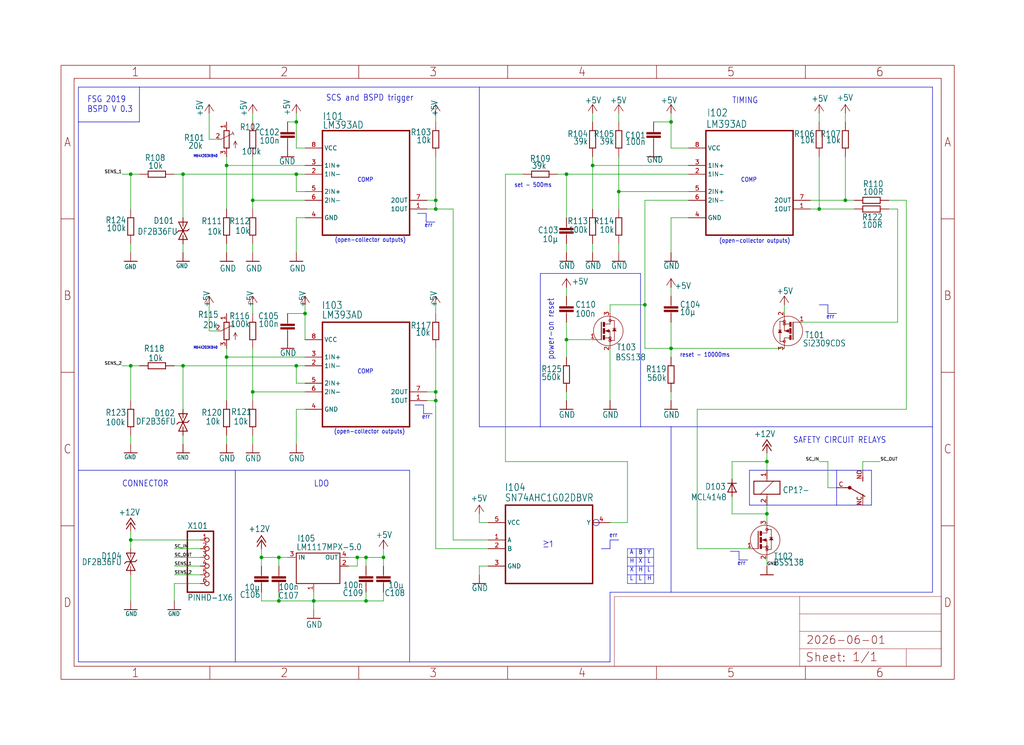
<source format=kicad_sch>
(kicad_sch (version 20231120) (generator "eeschema") (generator_version "8.0")
  (paper "User" 298.45 217.322)
  (junction (at 86.36 106.68))
  (junction (at 195.58 35.56))
  (junction (at 127 58.42))
  (junction (at 73.66 114.3))
  (junction (at 81.28 175.26))
  (junction (at 165.1 99.06))
  (junction (at 106.68 175.26))
  (junction (at 88.9 91.44))
  (junction (at 195.58 101.6))
  (junction (at 91.44 175.26))
  (junction (at 223.52 134.62))
  (junction (at 111.76 162.56))
  (junction (at 104.14 162.56))
  (junction (at 127 60.96))
  (junction (at 86.36 35.56))
  (junction (at 165.1 50.8))
  (junction (at 127 114.3))
  (junction (at 66.04 48.26))
  (junction (at 38.1 157.48))
  (junction (at 38.1 106.68))
  (junction (at 223.52 149.86))
  (junction (at 180.34 55.88))
  (junction (at 66.04 104.14))
  (junction (at 106.68 162.56))
  (junction (at 127 116.84))
  (junction (at 172.72 48.26))
  (junction (at 81.28 162.56))
  (junction (at 187.96 88.9))
  (junction (at 246.38 58.42))
  (junction (at 73.66 58.42))
  (junction (at 76.2 162.56))
  (junction (at 238.76 60.96))
  (junction (at 38.1 50.8))
  (junction (at 86.36 50.8))
  (junction (at 53.34 106.68))
  (junction (at 53.34 50.8))
  (polyline (pts (xy 124.206 62.23) (xy 124.206 64.77)) (stroke (width 0.1524) (type solid)))
  (wire (pts (xy 165.1 71.12) (xy 165.1 73.66)) (stroke (width 0.1524)))
  (wire (pts (xy 139.7 165.1) (xy 139.7 167.64)) (stroke (width 0.1524)))
  (wire (pts (xy 76.2 175.26) (xy 81.28 175.26)) (stroke (width 0.1524)))
  (polyline (pts (xy 212.852 160.782) (xy 215.392 160.782)) (stroke (width 0.1524) (type solid)))
  (wire (pts (xy 86.36 33.02) (xy 86.36 35.56)) (stroke (width 0.1524)))
  (wire (pts (xy 238.76 33.02) (xy 238.76 35.56)) (stroke (width 0.1524)))
  (wire (pts (xy 66.04 104.14) (xy 66.04 116.84)) (stroke (width 0.1524)))
  (polyline (pts (xy 195.58 124.46) (xy 195.58 172.72)) (stroke (width 0.1524) (type solid)))
  (polyline (pts (xy 177.8 157.48) (xy 180.34 157.48)) (stroke (width 0.1524) (type solid)))
  (polyline (pts (xy 22.86 193.04) (xy 22.86 137.16)) (stroke (width 0.1524) (type solid)))
  (polyline (pts (xy 187.96 160.02) (xy 182.88 160.02)) (stroke (width 0.127) (type solid)))
  (wire (pts (xy 86.36 106.68) (xy 53.34 106.68)) (stroke (width 0.1524)))
  (polyline (pts (xy 22.86 25.4) (xy 40.64 25.4)) (stroke (width 0.1524) (type solid)))
  (wire (pts (xy 223.52 134.62) (xy 223.52 137.16)) (stroke (width 0.1524)))
  (polyline (pts (xy 68.58 137.16) (xy 119.38 137.16)) (stroke (width 0.1524) (type solid)))
  (polyline (pts (xy 190.5 160.02) (xy 187.96 160.02)) (stroke (width 0.127) (type solid)))
  (wire (pts (xy 60.96 40.64) (xy 60.96 33.02)) (stroke (width 0.1524)))
  (wire (pts (xy 182.88 152.4) (xy 182.88 134.62)) (stroke (width 0.1524)))
  (wire (pts (xy 236.22 58.42) (xy 246.38 58.42)) (stroke (width 0.1524)))
  (wire (pts (xy 73.66 73.66) (xy 73.66 71.12)) (stroke (width 0.1524)))
  (wire (pts (xy 53.34 50.8) (xy 50.8 50.8)) (stroke (width 0.1524)))
  (wire (pts (xy 172.72 71.12) (xy 172.72 73.66)) (stroke (width 0.1524)))
  (wire (pts (xy 200.66 43.18) (xy 195.58 43.18)) (stroke (width 0.1524)))
  (wire (pts (xy 111.76 175.26) (xy 106.68 175.26)) (stroke (width 0.1524)))
  (polyline (pts (xy 182.88 165.1) (xy 190.5 165.1)) (stroke (width 0.127) (type solid)))
  (wire (pts (xy 223.52 134.62) (xy 213.36 134.62)) (stroke (width 0.1524)))
  (wire (pts (xy 91.44 175.26) (xy 91.44 172.72)) (stroke (width 0.1524)))
  (wire (pts (xy 127 91.44) (xy 127 88.9)) (stroke (width 0.1524)))
  (wire (pts (xy 246.38 45.72) (xy 246.38 58.42)) (stroke (width 0.1524)))
  (polyline (pts (xy 157.48 124.46) (xy 186.69 124.46)) (stroke (width 0.1524) (type solid)))
  (wire (pts (xy 66.04 48.26) (xy 66.04 60.96)) (stroke (width 0.1524)))
  (wire (pts (xy 104.14 162.56) (xy 101.6 162.56)) (stroke (width 0.1524)))
  (polyline (pts (xy 121.666 62.23) (xy 124.206 62.23)) (stroke (width 0.1524) (type solid)))
  (wire (pts (xy 241.3 134.62) (xy 238.76 134.62)) (stroke (width 0.1524)))
  (polyline (pts (xy 157.48 79.756) (xy 157.48 124.46)) (stroke (width 0.1524) (type solid)))
  (wire (pts (xy 106.68 172.72) (xy 106.68 175.26)) (stroke (width 0.1524)))
  (wire (pts (xy 76.2 172.72) (xy 76.2 175.26)) (stroke (width 0.1524)))
  (wire (pts (xy 66.04 45.72) (xy 66.04 48.26)) (stroke (width 0.1524)))
  (wire (pts (xy 228.6 88.9) (xy 228.6 91.44)) (stroke (width 0.1524)))
  (polyline (pts (xy 187.96 170.18) (xy 187.96 160.02)) (stroke (width 0.127) (type solid)))
  (wire (pts (xy 139.7 152.4) (xy 139.7 149.86)) (stroke (width 0.1524)))
  (wire (pts (xy 261.62 93.98) (xy 233.68 93.98)) (stroke (width 0.1524)))
  (wire (pts (xy 86.36 111.76) (xy 86.36 106.68)) (stroke (width 0.1524)))
  (wire (pts (xy 187.96 88.9) (xy 187.96 101.6)) (stroke (width 0.1524)))
  (wire (pts (xy 177.8 88.9) (xy 187.96 88.9)) (stroke (width 0.1524)))
  (polyline (pts (xy 139.7 25.4) (xy 139.7 124.46)) (stroke (width 0.1524) (type solid)))
  (wire (pts (xy 38.1 157.48) (xy 38.1 160.02)) (stroke (width 0.1524)))
  (wire (pts (xy 238.76 60.96) (xy 248.92 60.96)) (stroke (width 0.1524)))
  (polyline (pts (xy 190.5 167.64) (xy 190.5 165.1)) (stroke (width 0.127) (type solid)))
  (polyline (pts (xy 182.88 167.64) (xy 190.5 167.64)) (stroke (width 0.127) (type solid)))
  (wire (pts (xy 223.52 165.1) (xy 223.52 162.56)) (stroke (width 0.1524)))
  (wire (pts (xy 200.66 58.42) (xy 187.96 58.42)) (stroke (width 0.1524)))
  (wire (pts (xy 142.24 165.1) (xy 139.7 165.1)) (stroke (width 0.1524)))
  (wire (pts (xy 195.58 101.6) (xy 195.58 104.14)) (stroke (width 0.1524)))
  (wire (pts (xy 180.34 33.02) (xy 180.34 35.56)) (stroke (width 0.1524)))
  (wire (pts (xy 66.04 71.12) (xy 66.04 73.66)) (stroke (width 0.1524)))
  (polyline (pts (xy 186.69 124.46) (xy 195.58 124.46)) (stroke (width 0.1524) (type solid)))
  (wire (pts (xy 88.9 50.8) (xy 86.36 50.8)) (stroke (width 0.1524)))
  (wire (pts (xy 241.3 142.24) (xy 241.3 134.62)) (stroke (width 0.1524)))
  (wire (pts (xy 38.1 71.12) (xy 38.1 73.66)) (stroke (width 0.1524)))
  (polyline (pts (xy 241.3 91.44) (xy 243.84 91.44)) (stroke (width 0.1524) (type solid)))
  (wire (pts (xy 88.9 91.44) (xy 83.82 91.44)) (stroke (width 0.1524)))
  (polyline (pts (xy 182.88 165.1) (xy 182.88 167.64)) (stroke (width 0.127) (type solid)))
  (wire (pts (xy 106.68 165.1) (xy 106.68 162.56)) (stroke (width 0.1524)))
  (wire (pts (xy 177.8 91.44) (xy 177.8 88.9)) (stroke (width 0.1524)))
  (wire (pts (xy 53.34 127) (xy 53.34 129.54)) (stroke (width 0.1524)))
  (wire (pts (xy 165.1 50.8) (xy 162.56 50.8)) (stroke (width 0.1524)))
  (wire (pts (xy 88.9 119.38) (xy 86.36 119.38)) (stroke (width 0.1524)))
  (polyline (pts (xy 160.782 157.734) (xy 160.782 159.512)) (stroke (width 0.1524) (type solid)))
  (wire (pts (xy 127 60.96) (xy 124.46 60.96)) (stroke (width 0.1524)))
  (polyline (pts (xy 271.78 172.72) (xy 195.58 172.72)) (stroke (width 0.1524) (type solid)))
  (polyline (pts (xy 175.26 160.02) (xy 177.8 160.02)) (stroke (width 0.1524) (type solid)))
  (polyline (pts (xy 186.69 124.46) (xy 186.69 79.756)) (stroke (width 0.1524) (type solid)))
  (wire (pts (xy 83.82 35.56) (xy 86.36 35.56)) (stroke (width 0.1524)))
  (wire (pts (xy 50.8 170.18) (xy 50.8 175.26)) (stroke (width 0.1524)))
  (wire (pts (xy 147.32 50.8) (xy 152.4 50.8)) (stroke (width 0.1524)))
  (wire (pts (xy 213.36 149.86) (xy 223.52 149.86)) (stroke (width 0.1524)))
  (polyline (pts (xy 271.78 25.4) (xy 271.78 124.46)) (stroke (width 0.1524) (type solid)))
  (wire (pts (xy 195.58 83.82) (xy 195.58 86.36)) (stroke (width 0.1524)))
  (wire (pts (xy 88.9 48.26) (xy 66.04 48.26)) (stroke (width 0.1524)))
  (wire (pts (xy 58.42 167.64) (xy 50.8 167.64)) (stroke (width 0.1524)))
  (wire (pts (xy 172.72 45.72) (xy 172.72 48.26)) (stroke (width 0.1524)))
  (wire (pts (xy 259.08 58.42) (xy 264.16 58.42)) (stroke (width 0.1524)))
  (wire (pts (xy 58.42 170.18) (xy 50.8 170.18)) (stroke (width 0.1524)))
  (wire (pts (xy 200.66 50.8) (xy 165.1 50.8)) (stroke (width 0.1524)))
  (wire (pts (xy 127 35.56) (xy 127 33.02)) (stroke (width 0.1524)))
  (wire (pts (xy 53.34 63.5) (xy 53.34 50.8)) (stroke (width 0.1524)))
  (polyline (pts (xy 254 137.16) (xy 243.84 137.16)) (stroke (width 0.1524) (type solid)))
  (wire (pts (xy 142.24 157.48) (xy 132.08 157.48)) (stroke (width 0.1524)))
  (wire (pts (xy 251.46 137.16) (xy 251.46 134.62)) (stroke (width 0.1524)))
  (wire (pts (xy 73.66 58.42) (xy 73.66 60.96)) (stroke (width 0.1524)))
  (polyline (pts (xy 215.392 160.782) (xy 215.392 163.322)) (stroke (width 0.1524) (type solid)))
  (wire (pts (xy 40.64 106.68) (xy 38.1 106.68)) (stroke (width 0.1524)))
  (polyline (pts (xy 182.88 162.56) (xy 182.88 165.1)) (stroke (width 0.127) (type solid)))
  (wire (pts (xy 203.2 160.02) (xy 218.44 160.02)) (stroke (width 0.1524)))
  (wire (pts (xy 88.9 88.9) (xy 88.9 91.44)) (stroke (width 0.1524)))
  (wire (pts (xy 200.66 48.26) (xy 172.72 48.26)) (stroke (width 0.1524)))
  (wire (pts (xy 261.62 60.96) (xy 261.62 93.98)) (stroke (width 0.1524)))
  (wire (pts (xy 104.14 165.1) (xy 101.6 165.1)) (stroke (width 0.1524)))
  (wire (pts (xy 81.28 162.56) (xy 83.82 162.56)) (stroke (width 0.1524)))
  (wire (pts (xy 86.36 55.88) (xy 86.36 50.8)) (stroke (width 0.1524)))
  (polyline (pts (xy 22.86 35.56) (xy 22.86 25.4)) (stroke (width 0.1524) (type solid)))
  (wire (pts (xy 195.58 63.5) (xy 195.58 73.66)) (stroke (width 0.1524)))
  (polyline (pts (xy 243.84 147.32) (xy 254 147.32)) (stroke (width 0.1524) (type solid)))
  (wire (pts (xy 236.22 60.96) (xy 238.76 60.96)) (stroke (width 0.1524)))
  (polyline (pts (xy 182.88 167.64) (xy 182.88 170.18)) (stroke (width 0.127) (type solid)))
  (wire (pts (xy 73.66 45.72) (xy 73.66 58.42)) (stroke (width 0.1524)))
  (wire (pts (xy 177.8 152.4) (xy 182.88 152.4)) (stroke (width 0.1524)))
  (wire (pts (xy 124.46 114.3) (xy 127 114.3)) (stroke (width 0.1524)))
  (polyline (pts (xy 160.274 158.242) (xy 160.782 157.734)) (stroke (width 0.1524) (type solid)))
  (wire (pts (xy 180.34 71.12) (xy 180.34 73.66)) (stroke (width 0.1524)))
  (wire (pts (xy 38.1 116.84) (xy 38.1 106.68)) (stroke (width 0.1524)))
  (wire (pts (xy 195.58 93.98) (xy 195.58 101.6)) (stroke (width 0.1524)))
  (wire (pts (xy 88.9 99.06) (xy 88.9 91.44)) (stroke (width 0.1524)))
  (polyline (pts (xy 123.444 118.11) (xy 123.444 120.65)) (stroke (width 0.1524) (type solid)))
  (wire (pts (xy 246.38 33.02) (xy 246.38 35.56)) (stroke (width 0.1524)))
  (wire (pts (xy 88.9 114.3) (xy 73.66 114.3)) (stroke (width 0.1524)))
  (wire (pts (xy 63.5 96.52) (xy 60.96 96.52)) (stroke (width 0.1524)))
  (polyline (pts (xy 182.88 160.02) (xy 182.88 162.56)) (stroke (width 0.127) (type solid)))
  (wire (pts (xy 53.34 71.12) (xy 53.34 73.66)) (stroke (width 0.1524)))
  (polyline (pts (xy 22.86 35.56) (xy 40.64 35.56)) (stroke (width 0.1524) (type solid)))
  (wire (pts (xy 38.1 157.48) (xy 58.42 157.48)) (stroke (width 0.1524)))
  (polyline (pts (xy 123.444 120.65) (xy 125.984 120.65)) (stroke (width 0.1524) (type solid)))
  (polyline (pts (xy 218.44 137.16) (xy 218.44 147.32)) (stroke (width 0.1524) (type solid)))
  (polyline (pts (xy 185.42 160.02) (xy 185.42 170.18)) (stroke (width 0.127) (type solid)))
  (wire (pts (xy 76.2 162.56) (xy 81.28 162.56)) (stroke (width 0.1524)))
  (wire (pts (xy 195.58 35.56) (xy 195.58 33.02)) (stroke (width 0.1524)))
  (polyline (pts (xy 177.8 193.04) (xy 119.38 193.04)) (stroke (width 0.1524) (type solid)))
  (wire (pts (xy 53.34 119.38) (xy 53.34 106.68)) (stroke (width 0.1524)))
  (wire (pts (xy 50.8 162.56) (xy 58.42 162.56)) (stroke (width 0.1524)))
  (polyline (pts (xy 254 147.32) (xy 254 137.16)) (stroke (width 0.1524) (type solid)))
  (wire (pts (xy 127 45.72) (xy 127 58.42)) (stroke (width 0.1524)))
  (wire (pts (xy 88.9 104.14) (xy 66.04 104.14)) (stroke (width 0.1524)))
  (wire (pts (xy 127 160.02) (xy 142.24 160.02)) (stroke (width 0.1524)))
  (wire (pts (xy 165.1 99.06) (xy 165.1 93.98)) (stroke (width 0.1524)))
  (wire (pts (xy 73.66 127) (xy 73.66 129.54)) (stroke (width 0.1524)))
  (wire (pts (xy 91.44 175.26) (xy 106.68 175.26)) (stroke (width 0.1524)))
  (polyline (pts (xy 195.58 124.46) (xy 271.78 124.46)) (stroke (width 0.1524) (type solid)))
  (wire (pts (xy 76.2 165.1) (xy 76.2 162.56)) (stroke (width 0.1524)))
  (wire (pts (xy 165.1 50.8) (xy 165.1 63.5)) (stroke (width 0.1524)))
  (wire (pts (xy 124.46 58.42) (xy 127 58.42)) (stroke (width 0.1524)))
  (polyline (pts (xy 139.7 124.46) (xy 157.48 124.46)) (stroke (width 0.1524) (type solid)))
  (wire (pts (xy 81.28 172.72) (xy 81.28 175.26)) (stroke (width 0.1524)))
  (wire (pts (xy 73.66 35.56) (xy 73.66 33.02)) (stroke (width 0.1524)))
  (polyline (pts (xy 119.38 137.16) (xy 119.38 193.04)) (stroke (width 0.1524) (type solid)))
  (wire (pts (xy 127 60.96) (xy 127 58.42)) (stroke (width 0.1524)))
  (polyline (pts (xy 195.58 172.72) (xy 177.8 172.72)) (stroke (width 0.1524) (type solid)))
  (wire (pts (xy 86.36 119.38) (xy 86.36 129.54)) (stroke (width 0.1524)))
  (wire (pts (xy 38.1 157.48) (xy 38.1 154.94)) (stroke (width 0.1524)))
  (wire (pts (xy 88.9 43.18) (xy 86.36 43.18)) (stroke (width 0.1524)))
  (wire (pts (xy 165.1 114.3) (xy 165.1 116.84)) (stroke (width 0.1524)))
  (wire (pts (xy 264.16 119.38) (xy 203.2 119.38)) (stroke (width 0.1524)))
  (wire (pts (xy 38.1 175.26) (xy 38.1 167.64)) (stroke (width 0.1524)))
  (wire (pts (xy 73.66 101.6) (xy 73.66 114.3)) (stroke (width 0.1524)))
  (polyline (pts (xy 119.38 193.04) (xy 68.58 193.04)) (stroke (width 0.1524) (type solid)))
  (wire (pts (xy 88.9 63.5) (xy 86.36 63.5)) (stroke (width 0.1524)))
  (wire (pts (xy 60.96 96.52) (xy 60.96 88.9)) (stroke (width 0.1524)))
  (wire (pts (xy 132.08 60.96) (xy 127 60.96)) (stroke (width 0.1524)))
  (polyline (pts (xy 182.88 162.56) (xy 190.5 162.56)) (stroke (width 0.127) (type solid)))
  (wire (pts (xy 251.46 134.62) (xy 256.54 134.62)) (stroke (width 0.1524)))
  (wire (pts (xy 88.9 55.88) (xy 86.36 55.88)) (stroke (width 0.1524)))
  (polyline (pts (xy 22.86 137.16) (xy 22.86 35.56)) (stroke (width 0.1524) (type solid)))
  (wire (pts (xy 248.92 58.42) (xy 246.38 58.42)) (stroke (width 0.1524)))
  (wire (pts (xy 132.08 157.48) (xy 132.08 60.96)) (stroke (width 0.1524)))
  (wire (pts (xy 127 114.3) (xy 127 116.84)) (stroke (width 0.1524)))
  (polyline (pts (xy 190.5 165.1) (xy 190.5 162.56)) (stroke (width 0.127) (type solid)))
  (wire (pts (xy 172.72 48.26) (xy 172.72 60.96)) (stroke (width 0.1524)))
  (wire (pts (xy 111.76 165.1) (xy 111.76 162.56)) (stroke (width 0.1524)))
  (polyline (pts (xy 22.86 137.16) (xy 68.58 137.16)) (stroke (width 0.1524) (type solid)))
  (polyline (pts (xy 158.496 159.512) (xy 159.766 159.512)) (stroke (width 0.1524) (type solid)))
  (wire (pts (xy 66.04 101.6) (xy 66.04 104.14)) (stroke (width 0.1524)))
  (polyline (pts (xy 215.392 163.322) (xy 217.932 163.322)) (stroke (width 0.1524) (type solid)))
  (wire (pts (xy 187.96 58.42) (xy 187.96 88.9)) (stroke (width 0.1524)))
  (wire (pts (xy 88.9 58.42) (xy 73.66 58.42)) (stroke (width 0.1524)))
  (wire (pts (xy 147.32 134.62) (xy 147.32 50.8)) (stroke (width 0.1524)))
  (wire (pts (xy 50.8 160.02) (xy 58.42 160.02)) (stroke (width 0.1524)))
  (polyline (pts (xy 186.69 79.756) (xy 157.48 79.756)) (stroke (width 0.1524) (type solid)))
  (wire (pts (xy 81.28 175.26) (xy 91.44 175.26)) (stroke (width 0.1524)))
  (wire (pts (xy 142.24 152.4) (xy 139.7 152.4)) (stroke (width 0.1524)))
  (wire (pts (xy 195.58 43.18) (xy 195.58 35.56)) (stroke (width 0.1524)))
  (polyline (pts (xy 68.58 137.16) (xy 68.58 193.04)) (stroke (width 0.1524) (type solid)))
  (wire (pts (xy 66.04 127) (xy 66.04 129.54)) (stroke (width 0.1524)))
  (wire (pts (xy 177.8 116.84) (xy 177.8 101.6)) (stroke (width 0.1524)))
  (wire (pts (xy 38.1 50.8) (xy 35.56 50.8)) (stroke (width 0.1524)))
  (polyline (pts (xy 243.84 137.16) (xy 218.44 137.16)) (stroke (width 0.1524) (type solid)))
  (polyline (pts (xy 243.84 137.16) (xy 243.84 147.32)) (stroke (width 0.1524) (type solid)))
  (wire (pts (xy 223.52 149.86) (xy 223.52 147.32)) (stroke (width 0.1524)))
  (wire (pts (xy 172.72 33.02) (xy 172.72 35.56)) (stroke (width 0.1524)))
  (wire (pts (xy 172.72 99.06) (xy 165.1 99.06)) (stroke (width 0.1524)))
  (polyline (pts (xy 158.496 157.734) (xy 159.766 158.242)) (stroke (width 0.1524) (type solid)))
  (polyline (pts (xy 187.96 170.18) (xy 190.5 170.18)) (stroke (width 0.127) (type solid)))
  (wire (pts (xy 106.68 162.56) (xy 111.76 162.56)) (stroke (width 0.1524)))
  (wire (pts (xy 127 101.6) (xy 127 114.3)) (stroke (width 0.1524)))
  (polyline (pts (xy 177.8 172.72) (xy 177.8 193.04)) (stroke (width 0.1524) (type solid)))
  (wire (pts (xy 63.5 40.64) (xy 60.96 40.64)) (stroke (width 0.1524)))
  (wire (pts (xy 111.76 160.02) (xy 111.76 162.56)) (stroke (width 0.1524)))
  (wire (pts (xy 195.58 116.84) (xy 195.58 114.3)) (stroke (width 0.1524)))
  (wire (pts (xy 58.42 165.1) (xy 50.8 165.1)) (stroke (width 0.1524)))
  (polyline (pts (xy 40.64 35.56) (xy 40.64 25.4)) (stroke (width 0.1524) (type solid)))
  (wire (pts (xy 88.9 111.76) (xy 86.36 111.76)) (stroke (width 0.1524)))
  (wire (pts (xy 259.08 60.96) (xy 261.62 60.96)) (stroke (width 0.1524)))
  (wire (pts (xy 180.34 55.88) (xy 180.34 60.96)) (stroke (width 0.1524)))
  (polyline (pts (xy 190.5 170.18) (xy 190.5 167.64)) (stroke (width 0.127) (type solid)))
  (wire (pts (xy 53.34 106.68) (xy 50.8 106.68)) (stroke (width 0.1524)))
  (wire (pts (xy 127 116.84) (xy 127 160.02)) (stroke (width 0.1524)))
  (polyline (pts (xy 120.904 118.11) (xy 123.444 118.11)) (stroke (width 0.1524) (type solid)))
  (wire (pts (xy 38.1 127) (xy 38.1 129.54)) (stroke (width 0.1524)))
  (polyline (pts (xy 68.58 193.04) (xy 22.86 193.04)) (stroke (width 0.1524) (type solid)))
  (polyline (pts (xy 185.42 170.18) (xy 187.96 170.18)) (stroke (width 0.127) (type solid)))
  (polyline (pts (xy 40.64 25.4) (xy 139.7 25.4)) (stroke (width 0.1524) (type solid)))
  (wire (pts (xy 86.36 35.56) (xy 86.36 43.18)) (stroke (width 0.1524)))
  (wire (pts (xy 165.1 83.82) (xy 165.1 86.36)) (stroke (width 0.1524)))
  (wire (pts (xy 88.9 106.68) (xy 86.36 106.68)) (stroke (width 0.1524)))
  (wire (pts (xy 200.66 63.5) (xy 195.58 63.5)) (stroke (width 0.1524)))
  (polyline (pts (xy 177.8 160.02) (xy 177.8 157.48)) (stroke (width 0.1524) (type solid)))
  (polyline (pts (xy 124.206 64.77) (xy 126.746 64.77)) (stroke (width 0.1524) (type solid)))
  (polyline (pts (xy 271.78 124.46) (xy 271.78 172.72)) (stroke (width 0.1524) (type solid)))
  (wire (pts (xy 223.52 132.08) (xy 223.52 134.62)) (stroke (width 0.1524)))
  (wire (pts (xy 104.14 165.1) (xy 104.14 162.56)) (stroke (width 0.1524)))
  (wire (pts (xy 81.28 165.1) (xy 81.28 162.56)) (stroke (width 0.1524)))
  (wire (pts (xy 127 116.84) (xy 124.46 116.84)) (stroke (width 0.1524)))
  (wire (pts (xy 182.88 134.62) (xy 147.32 134.62)) (stroke (width 0.1524)))
  (wire (pts (xy 200.66 55.88) (xy 180.34 55.88)) (stroke (width 0.1524)))
  (wire (pts (xy 53.34 50.8) (xy 86.36 50.8)) (stroke (width 0.1524)))
  (polyline (pts (xy 190.5 162.56) (xy 190.5 160.02)) (stroke (width 0.127) (type solid)))
  (wire (pts (xy 213.36 144.78) (xy 213.36 149.86)) (stroke (width 0.1524)))
  (wire (pts (xy 38.1 60.96) (xy 38.1 50.8)) (stroke (width 0.1524)))
  (wire (pts (xy 203.2 119.38) (xy 203.2 160.02)) (stroke (width 0.1524)))
  (wire (pts (xy 86.36 63.5) (xy 86.36 73.66)) (stroke (width 0.1524)))
  (wire (pts (xy 223.52 149.86) (xy 223.52 152.4)) (stroke (width 0.1524)))
  (wire (pts (xy 38.1 106.68) (xy 35.56 106.68)) (stroke (width 0.1524)))
  (wire (pts (xy 243.84 142.24) (xy 241.3 142.24)) (stroke (width 0.1524)))
  (wire (pts (xy 180.34 45.72) (xy 180.34 55.88)) (stroke (width 0.1524)))
  (wire (pts (xy 213.36 134.62) (xy 213.36 139.7)) (stroke (width 0.1524)))
  (polyline (pts (xy 238.76 88.9) (xy 241.3 88.9)) (stroke (width 0.1524) (type solid)))
  (wire (pts (xy 190.5 35.56) (xy 195.58 35.56)) (stroke (width 0.1524)))
  (wire (pts (xy 165.1 104.14) (xy 165.1 99.06)) (stroke (width 0.1524)))
  (wire (pts (xy 111.76 172.72) (xy 111.76 175.26)) (stroke (width 0.1524)))
  (polyline (pts (xy 182.88 170.18) (xy 185.42 170.18)) (stroke (width 0.127) (type solid)))
  (wire (pts (xy 238.76 45.72) (xy 238.76 60.96)) (stroke (width 0.1524)))
  (polyline (pts (xy 218.44 147.32) (xy 243.84 147.32)) (stroke (width 0.1524) (type solid)))
  (wire (pts (xy 76.2 160.02) (xy 76.2 162.56)) (stroke (width 0.1524)))
  (polyline (pts (xy 139.7 25.4) (xy 271.78 25.4)) (stroke (width 0.1524) (type solid)))
  (wire (pts (xy 40.64 50.8) (xy 38.1 50.8)) (stroke (width 0.1524)))
  (wire (pts (xy 91.44 177.8) (xy 91.44 175.26)) (stroke (width 0.1524)))
  (wire (pts (xy 187.96 101.6) (xy 195.58 101.6)) (stroke (width 0.1524)))
  (wire (pts (xy 73.66 114.3) (xy 73.66 116.84)) (stroke (width 0.1524)))
  (polyline (pts (xy 241.3 88.9) (xy 241.3 91.44)) (stroke (width 0.1524) (type solid)))
  (polyline (pts (xy 159.766 158.242) (xy 158.496 158.75)) (stroke (width 0.1524) (type solid)))
  (wire (pts (xy 264.16 58.42) (xy 264.16 119.38)) (stroke (width 0.1524)))
  (wire (pts (xy 104.14 162.56) (xy 106.68 162.56)) (stroke (width 0.1524)))
  (wire (pts (xy 228.6 101.6) (xy 195.58 101.6)) (stroke (width 0.1524)))
  (wire (pts (xy 73.66 91.44) (xy 73.66 88.9)) (stroke (width 0.1524)))
  (circle (center 173.736 152.4) (radius 0.9158) (stroke (width 0.1524)))
  (text "(open-collector outputs)" (at 97.536 70.866 0) (effects (font (size 1.27 1.0795)) (justify left bottom)))
  (text "err" (at 177.546 156.972 0) (effects (font (size 1.27 1.0795)) (justify left bottom)))
  (text "M64X203KB40" (at 63.5 101.092 0) (effects (font (size 0.762 0.6477)) (justify right top)))
  (text "L" (at 188.595 167.005 0) (effects (font (size 1.27 1.0795)) (justify left bottom)))
  (text "(open-collector outputs)" (at 209.55 71.12 0) (effects (font (size 1.27 1.0795)) (justify left bottom)))
  (text "set - 500ms" (at 149.86 54.864 0) (effects (font (size 1.27 1.0795)) (justify left bottom)))
  (text "COMP" (at 104.14 53.34 0) (effects (font (size 1.27 1.0795)) (justify left bottom)))
  (text "Y" (at 188.595 161.925 0) (effects (font (size 1.27 1.0795)) (justify left bottom)))
  (text "power-on reset" (at 161.544 105.156 90) (effects (font (size 1.778 1.5113)) (justify left bottom)))
  (text "L" (at 186.055 169.545 0) (effects (font (size 1.27 1.0795)) (justify left bottom)))
  (text "COMP" (at 104.14 109.22 0) (effects (font (size 1.27 1.0795)) (justify left bottom)))
  (text "err" (at 123.698 66.548 0) (effects (font (size 1.27 1.0795)) (justify left bottom)))
  (text "B" (at 186.055 161.925 0) (effects (font (size 1.27 1.0795)) (justify left bottom)))
  (text "SCS and BSPD trigger" (at 94.996 29.718 0) (effects (font (size 1.778 1.5113)) (justify left bottom)))
  (text "(open-collector outputs)" (at 97.282 126.746 0) (effects (font (size 1.27 1.0795)) (justify left bottom)))
  (text "H" (at 183.515 164.465 0) (effects (font (size 1.27 1.0795)) (justify left bottom)))
  (text "A" (at 183.515 161.925 0) (effects (font (size 1.27 1.0795)) (justify left bottom)))
  (text "CONNECTOR" (at 35.56 142.24 0) (effects (font (size 1.778 1.5113)) (justify left bottom)))
  (text "H" (at 188.595 169.545 0) (effects (font (size 1.27 1.0795)) (justify left bottom)))
  (text "COMP" (at 215.9 53.34 0) (effects (font (size 1.27 1.0795)) (justify left bottom)))
  (text "L" (at 188.595 164.465 0) (effects (font (size 1.27 1.0795)) (justify left bottom)))
  (text "LDO" (at 91.44 142.24 0) (effects (font (size 1.778 1.5113)) (justify left bottom)))
  (text "L" (at 183.515 169.545 0) (effects (font (size 1.27 1.0795)) (justify left bottom)))
  (text "SAFETY CIRCUIT RELAYS" (at 231.14 129.54 0) (effects (font (size 1.778 1.5113)) (justify left bottom)))
  (text "FSG 2019\nBSPD V 0.3" (at 25.4 33.02 0) (effects (font (size 1.778 1.5113)) (justify left bottom)))
  (text "reset - 10000ms" (at 198.12 104.394 0) (effects (font (size 1.27 1.0795)) (justify left bottom)))
  (text "err" (at 214.884 165.1 0) (effects (font (size 1.27 1.0795)) (justify left bottom)))
  (text "err" (at 240.792 93.218 0) (effects (font (size 1.27 1.0795)) (justify left bottom)))
  (text "TIMING" (at 213.36 30.48 0) (effects (font (size 1.778 1.5113)) (justify left bottom)))
  (text "X" (at 183.515 167.005 0) (effects (font (size 1.27 1.0795)) (justify left bottom)))
  (text "H" (at 186.055 167.005 0) (effects (font (size 1.27 1.0795)) (justify left bottom)))
  (text "err" (at 122.936 122.428 0) (effects (font (size 1.27 1.0795)) (justify left bottom)))
  (text "M64X203KB40" (at 63.5 45.212 0) (effects (font (size 0.762 0.6477)) (justify right top)))
  (text "X" (at 186.055 164.465 0) (effects (font (size 1.27 1.0795)) (justify left bottom)))
  (label "SENS_2" (at 35.56 106.68 180) (effects (font (size 0.889 0.889))))
  (label "GND" (at 223.52 165.1 0) (effects (font (size 0.889 0.889))))
  (label "SC_OUT" (at 256.54 134.62 0) (effects (font (size 0.889 0.889))))
  (label "SC_OUT" (at 50.8 162.56 0) (effects (font (size 0.889 0.889))))
  (label "SC_IN" (at 50.8 160.02 0) (effects (font (size 0.889 0.889))))
  (label "SENS_1" (at 35.56 50.8 180) (effects (font (size 0.889 0.889))))
  (label "SENS_1" (at 50.8 165.1 0) (effects (font (size 0.889 0.889))))
  (label "SENS_2" (at 50.8 167.64 0) (effects (font (size 0.889 0.889))))
  (label "SC_IN" (at 238.76 134.62 180) (effects (font (size 0.889 0.889))))
  (symbol (lib_id "FSG_2019_BSPD_0.3-eagle-import:null.supply_GND") (at 50.8 177.8 0) (mirror y) (unit 1)
    (property "Reference" "#GND5" (effects (hide yes)))
    (property "Value" "GND" (at 52.451 179.705 0) (effects (font (size 1.27 1.0795)) (justify left bottom)))
  )
  (symbol (lib_id "FSG_2019_BSPD_0.3-eagle-import:supply1_+5V") (at 73.66 86.36 0) (unit 1)
    (property "Reference" "#P+19" (effects (hide yes)))
    (property "Value" "+5V" (at 73.914 89.662 90) (effects (font (size 1.778 1.5113)) (justify left bottom)))
  )
  (symbol (lib_id "FSG_2019_BSPD_0.3-eagle-import:resistor_R-EU_R0603") (at 73.66 66.04 270) (unit 1)
    (property "Reference" "R112" (at 72.898 63.4746 90) (effects (font (size 1.778 1.5113)) (justify right top)))
    (property "Value" "10k" (at 72.898 66.294 90) (effects (font (size 1.778 1.5113)) (justify right top)))
    (property "Footprint" "FSG_2019_BSPD_0.3:R0603" (effects (hide yes)))
  )
  (symbol (lib_id "FSG_2019_BSPD_0.3-eagle-import:MCS-Transistoren_N-MOSFET.SOT23") (at 223.52 157.48 0) (unit 1)
    (property "Reference" "T102" (at 225.425 163.195 0) (effects (font (size 1.778 1.5113)) (justify left bottom)))
    (property "Value" "BSS138" (at 225.425 164.973 0) (effects (font (size 1.778 1.5113)) (justify left bottom)))
    (property "Footprint" "FSG_2019_BSPD_0.3:SOT-23" (effects (hide yes)))
  )
  (symbol (lib_id "FSG_2019_BSPD_0.3-eagle-import:supply1_+5V") (at 180.34 30.48 0) (unit 1)
    (property "Reference" "#P+14" (effects (hide yes)))
    (property "Value" "+5V" (at 177.8 30.226 0) (effects (font (size 1.778 1.5113)) (justify left bottom)))
  )
  (symbol (lib_id "FSG_2019_BSPD_0.3-eagle-import:resistor_R-EU_R0603") (at 157.48 50.8 180) (unit 1)
    (property "Reference" "R109" (at 154.432 47.244 0) (effects (font (size 1.778 1.5113)) (justify right top)))
    (property "Value" "39k" (at 154.94 49.276 0) (effects (font (size 1.778 1.5113)) (justify right top)))
    (property "Footprint" "FSG_2019_BSPD_0.3:R0603" (effects (hide yes)))
  )
  (symbol (lib_id "FSG_2019_BSPD_0.3-eagle-import:resistor_R-EU_R0603") (at 165.1 109.22 90) (unit 1)
    (property "Reference" "R125" (at 163.83 106.6546 90) (effects (font (size 1.778 1.5113)) (justify left bottom)))
    (property "Value" "560k" (at 163.576 108.966 90) (effects (font (size 1.778 1.5113)) (justify left bottom)))
    (property "Footprint" "FSG_2019_BSPD_0.3:R0603" (effects (hide yes)))
  )
  (symbol (lib_id "FSG_2019_BSPD_0.3-eagle-import:resistor_R-EU_R0603") (at 195.58 109.22 90) (unit 1)
    (property "Reference" "R119" (at 194.31 106.6546 90) (effects (font (size 1.778 1.5113)) (justify left bottom)))
    (property "Value" "560k" (at 194.31 109.22 90) (effects (font (size 1.778 1.5113)) (justify left bottom)))
    (property "Footprint" "FSG_2019_BSPD_0.3:R0603" (effects (hide yes)))
  )
  (symbol (lib_id "FSG_2019_BSPD_0.3-eagle-import:rcl_C-EUC0603") (at 81.28 167.64 0) (unit 1)
    (property "Reference" "C107" (at 87.122 172.72 0) (effects (font (size 1.778 1.5113)) (justify right top)))
    (property "Value" "100n" (at 87.122 170.18 0) (effects (font (size 1.778 1.5113)) (justify right top)))
    (property "Footprint" "FSG_2019_BSPD_0.3:C0603" (effects (hide yes)))
  )
  (symbol (lib_id "FSG_2019_BSPD_0.3-eagle-import:supply1_GND") (at 73.66 76.2 0) (unit 1)
    (property "Reference" "#GND14" (effects (hide yes)))
    (property "Value" "GND" (at 71.628 79.248 0) (effects (font (size 1.778 1.5113)) (justify left bottom)))
  )
  (symbol (lib_id "FSG_2019_BSPD_0.3-eagle-import:rcl_C-EUC1206") (at 111.76 167.64 0) (unit 1)
    (property "Reference" "C108" (at 118.11 171.958 0) (effects (font (size 1.778 1.5113)) (justify right top)))
    (property "Value" "10µ" (at 117.856 169.672 0) (effects (font (size 1.778 1.5113)) (justify right top)))
    (property "Footprint" "FSG_2019_BSPD_0.3:C1206" (effects (hide yes)))
  )
  (symbol (lib_id "FSG_2019_BSPD_0.3-eagle-import:resistor_C-EUC0603") (at 83.82 96.52 180) (unit 1)
    (property "Reference" "C105" (at 81.28 91.186 0) (effects (font (size 1.778 1.5113)) (justify left bottom)))
    (property "Value" "100n" (at 81.28 93.472 0) (effects (font (size 1.778 1.5113)) (justify left bottom)))
    (property "Footprint" "FSG_2019_BSPD_0.3:C0603" (effects (hide yes)))
  )
  (symbol (lib_id "FSG_2019_BSPD_0.3-eagle-import:Arduino_NC7SZ08M5X") (at 160.02 154.94 0) (unit 1)
    (property "Reference" "I104" (at 147.066 143.256 0) (effects (font (size 2.0828 1.7703)) (justify left bottom)))
    (property "Value" "SN74AHC1G02DBVR" (at 147.066 146.304 0) (effects (font (size 2.0828 1.7703)) (justify left bottom)))
    (property "Footprint" "FSG_2019_BSPD_0.3:SOT95P280X145-5N" (effects (hide yes)))
  )
  (symbol (lib_id "FSG_2019_BSPD_0.3-eagle-import:null.supply_GND") (at 38.1 177.8 0) (mirror y) (unit 1)
    (property "Reference" "#GND20" (effects (hide yes)))
    (property "Value" "GND" (at 40.005 179.705 0) (effects (font (size 1.27 1.0795)) (justify left bottom)))
  )
  (symbol (lib_id "FSG_2019_BSPD_0.3-eagle-import:rcl_C-EUC0603") (at 106.68 170.18 180) (unit 1)
    (property "Reference" "C109" (at 105.918 171.958 0) (effects (font (size 1.778 1.5113)) (justify left bottom)))
    (property "Value" "100n" (at 105.918 169.672 0) (effects (font (size 1.778 1.5113)) (justify left bottom)))
    (property "Footprint" "FSG_2019_BSPD_0.3:C0603" (effects (hide yes)))
  )
  (symbol (lib_id "FSG_2019_BSPD_0.3-eagle-import:resistor_R-EU_R0603") (at 246.38 40.64 90) (unit 1)
    (property "Reference" "R107" (at 245.11 38.0746 90) (effects (font (size 1.778 1.5113)) (justify left bottom)))
    (property "Value" "10k" (at 245.11 39.878 90) (effects (font (size 1.778 1.5113)) (justify left bottom)))
    (property "Footprint" "FSG_2019_BSPD_0.3:R0603" (effects (hide yes)))
  )
  (symbol (lib_id "FSG_2019_BSPD_0.3-eagle-import:resistor_R-EU_R0603") (at 45.72 106.68 0) (unit 1)
    (property "Reference" "R118" (at 41.91 102.616 0) (effects (font (size 1.778 1.5113)) (justify left bottom)))
    (property "Value" "10k" (at 43.18 105.41 0) (effects (font (size 1.778 1.5113)) (justify left bottom)))
    (property "Footprint" "FSG_2019_BSPD_0.3:R0603" (effects (hide yes)))
  )
  (symbol (lib_id "FSG_2019_BSPD_0.3-eagle-import:resistor_R-EU_R0603") (at 172.72 40.64 90) (unit 1)
    (property "Reference" "R104" (at 171.45 38.0746 90) (effects (font (size 1.778 1.5113)) (justify left bottom)))
    (property "Value" "39k" (at 171.45 40.259 90) (effects (font (size 1.778 1.5113)) (justify left bottom)))
    (property "Footprint" "FSG_2019_BSPD_0.3:R0603" (effects (hide yes)))
  )
  (symbol (lib_id "FSG_2019_BSPD_0.3-eagle-import:resistor_R-EU_R0603") (at 38.1 121.92 90) (unit 1)
    (property "Reference" "R123" (at 36.83 119.3546 90) (effects (font (size 1.778 1.5113)) (justify left bottom)))
    (property "Value" "100k" (at 36.576 122.174 90) (effects (font (size 1.778 1.5113)) (justify left bottom)))
    (property "Footprint" "FSG_2019_BSPD_0.3:R0603" (effects (hide yes)))
  )
  (symbol (lib_id "FSG_2019_BSPD_0.3-eagle-import:diode_DF2B36FU") (at 38.1 162.56 0) (unit 1)
    (property "Reference" "D104" (at 35.56 161.163 0) (effects (font (size 1.778 1.5113)) (justify right top)))
    (property "Value" "DF2B36FU" (at 35.56 162.941 0) (effects (font (size 1.778 1.5113)) (justify right top)))
    (property "Footprint" "FSG_2019_BSPD_0.3:SOD323" (effects (hide yes)))
  )
  (symbol (lib_id "FSG_2019_BSPD_0.3-eagle-import:resistor_R-EU_R0603") (at 45.72 50.8 0) (unit 1)
    (property "Reference" "R108" (at 42.164 46.99 0) (effects (font (size 1.778 1.5113)) (justify left bottom)))
    (property "Value" "10k" (at 43.18 49.276 0) (effects (font (size 1.778 1.5113)) (justify left bottom)))
    (property "Footprint" "FSG_2019_BSPD_0.3:R0603" (effects (hide yes)))
  )
  (symbol (lib_id "FSG_2019_BSPD_0.3-eagle-import:resistor_R-EU_R0603") (at 66.04 66.04 270) (unit 1)
    (property "Reference" "R111" (at 64.77 63.4746 90) (effects (font (size 1.778 1.5113)) (justify right top)))
    (property "Value" "10k" (at 64.77 66.548 90) (effects (font (size 1.778 1.5113)) (justify right top)))
    (property "Footprint" "FSG_2019_BSPD_0.3:R0603" (effects (hide yes)))
  )
  (symbol (lib_id "FSG_2019_BSPD_0.3-eagle-import:MCS-rcl_POTI.M64X201KB40") (at 66.04 96.52 0) (mirror y) (unit 1)
    (property "Reference" "R115" (at 63.754 92.71 0) (effects (font (size 1.778 1.5113)) (justify left bottom)))
    (property "Value" "20k" (at 63.5 95.758 0) (effects (font (size 1.778 1.5113)) (justify left bottom)))
    (property "Footprint" "FSG_2019_BSPD_0.3:M64X201KB40" (effects (hide yes)))
  )
  (symbol (lib_id "FSG_2019_BSPD_0.3-eagle-import:supply1_+5V") (at 139.7 147.32 0) (unit 1)
    (property "Reference" "#P+10" (effects (hide yes)))
    (property "Value" "+5V" (at 137.16 146.304 0) (effects (font (size 1.778 1.5113)) (justify left bottom)))
  )
  (symbol (lib_id "FSG_2019_BSPD_0.3-eagle-import:supply1_+12V") (at 38.1 152.4 0) (unit 1)
    (property "Reference" "#P+8" (effects (hide yes)))
    (property "Value" "+12V" (at 34.544 150.368 0) (effects (font (size 1.778 1.5113)) (justify left bottom)))
  )
  (symbol (lib_id "FSG_2019_BSPD_0.3-eagle-import:supply1_GND") (at 195.58 119.38 0) (unit 1)
    (property "Reference" "#GND19" (effects (hide yes)))
    (property "Value" "GND" (at 193.294 121.92 0) (effects (font (size 1.778 1.5113)) (justify left bottom)))
  )
  (symbol (lib_id "FSG_2019_BSPD_0.3-eagle-import:relay_CP1?-") (at 246.38 142.24 270) (unit 2)
    (property "Reference" "K101" (effects (hide yes)))
    (property "Value" "CP1?-" (effects (hide yes)))
    (property "Footprint" "FSG_2019_BSPD_0.3:CP1" (effects (hide yes)))
  )
  (symbol (lib_id "FSG_2019_BSPD_0.3-eagle-import:resistor_R-EU_R0603") (at 172.72 66.04 90) (unit 1)
    (property "Reference" "R113" (at 171.45 63.4746 90) (effects (font (size 1.778 1.5113)) (justify left bottom)))
    (property "Value" "100k" (at 171.45 66.04 90) (effects (font (size 1.778 1.5113)) (justify left bottom)))
    (property "Footprint" "FSG_2019_BSPD_0.3:R0603" (effects (hide yes)))
  )
  (symbol (lib_id "FSG_2019_BSPD_0.3-eagle-import:resistor_R-EU_R0603") (at 180.34 66.04 90) (unit 1)
    (property "Reference" "R114" (at 179.07 63.4746 90) (effects (font (size 1.778 1.5113)) (justify left bottom)))
    (property "Value" "10k" (at 179.07 66.04 90) (effects (font (size 1.778 1.5113)) (justify left bottom)))
    (property "Footprint" "FSG_2019_BSPD_0.3:R0603" (effects (hide yes)))
  )
  (symbol (lib_id "FSG_2019_BSPD_0.3-eagle-import:supply1_+5V") (at 228.6 86.36 0) (unit 1)
    (property "Reference" "#P+18" (effects (hide yes)))
    (property "Value" "+5V" (at 226.314 85.852 0) (effects (font (size 1.778 1.5113)) (justify left bottom)))
  )
  (symbol (lib_id "FSG_2019_BSPD_0.3-eagle-import:MCS-Transistoren_N-MOSFET.SOT23") (at 177.8 96.52 0) (unit 1)
    (property "Reference" "T103" (at 179.705 102.235 0) (effects (font (size 1.778 1.5113)) (justify left bottom)))
    (property "Value" "BSS138" (at 179.324 105.156 0) (effects (font (size 1.778 1.5113)) (justify left bottom)))
    (property "Footprint" "FSG_2019_BSPD_0.3:SOT-23" (effects (hide yes)))
  )
  (symbol (lib_id "FSG_2019_BSPD_0.3-eagle-import:supply1_GND") (at 83.82 45.72 0) (unit 1)
    (property "Reference" "#GND9" (effects (hide yes)))
    (property "Value" "GND" (at 81.28 48.006 0) (effects (font (size 1.778 1.5113)) (justify left bottom)))
  )
  (symbol (lib_id "FSG_2019_BSPD_0.3-eagle-import:rcl_C-EUC0603") (at 165.1 88.9 0) (unit 1)
    (property "Reference" "C110" (at 167.64 89.789 0) (effects (font (size 1.778 1.5113)) (justify left bottom)))
    (property "Value" "100n" (at 167.64 92.456 0) (effects (font (size 1.778 1.5113)) (justify left bottom)))
    (property "Footprint" "FSG_2019_BSPD_0.3:C0603" (effects (hide yes)))
  )
  (symbol (lib_id "FSG_2019_BSPD_0.3-eagle-import:supply1_+12V") (at 223.52 129.54 0) (unit 1)
    (property "Reference" "#P+11" (effects (hide yes)))
    (property "Value" "+12V" (at 219.71 127.508 0) (effects (font (size 1.778 1.5113)) (justify left bottom)))
  )
  (symbol (lib_id "FSG_2019_BSPD_0.3-eagle-import:resistor_R-EU_R0603") (at 254 58.42 180) (unit 1)
    (property "Reference" "R110" (at 251.46 54.61 0) (effects (font (size 1.778 1.5113)) (justify right top)))
    (property "Value" "100R" (at 251.46 56.896 0) (effects (font (size 1.778 1.5113)) (justify right top)))
    (property "Footprint" "FSG_2019_BSPD_0.3:R0603" (effects (hide yes)))
  )
  (symbol (lib_id "FSG_2019_BSPD_0.3-eagle-import:supply1_+5V") (at 246.38 30.48 0) (unit 1)
    (property "Reference" "#P+16" (effects (hide yes)))
    (property "Value" "+5V" (at 243.84 29.464 0) (effects (font (size 1.778 1.5113)) (justify left bottom)))
  )
  (symbol (lib_id "FSG_2019_BSPD_0.3-eagle-import:resistor_R-EU_R0603") (at 73.66 96.52 270) (unit 1)
    (property "Reference" "R116" (at 72.898 91.186 90) (effects (font (size 1.778 1.5113)) (justify right top)))
    (property "Value" "100k" (at 72.898 93.4974 90) (effects (font (size 1.778 1.5113)) (justify right top)))
    (property "Footprint" "FSG_2019_BSPD_0.3:R0603" (effects (hide yes)))
  )
  (symbol (lib_id "FSG_2019_BSPD_0.3-eagle-import:resistor_R-EU_R0603") (at 180.34 40.64 90) (unit 1)
    (property "Reference" "R105" (at 179.07 38.0746 90) (effects (font (size 1.778 1.5113)) (justify left bottom)))
    (property "Value" "39k" (at 179.07 40.259 90) (effects (font (size 1.778 1.5113)) (justify left bottom)))
    (property "Footprint" "FSG_2019_BSPD_0.3:R0603" (effects (hide yes)))
  )
  (symbol (lib_id "FSG_2019_BSPD_0.3-eagle-import:diode_DF2B36FU") (at 53.34 66.04 0) (unit 1)
    (property "Reference" "D101" (at 50.8 63.373 0) (effects (font (size 1.778 1.5113)) (justify right top)))
    (property "Value" "DF2B36FU" (at 51.816 66.548 0) (effects (font (size 1.778 1.5113)) (justify right top)))
    (property "Footprint" "FSG_2019_BSPD_0.3:SOD323" (effects (hide yes)))
  )
  (symbol (lib_id "FSG_2019_BSPD_0.3-eagle-import:MCS-Transistoren_P-MOSFET.SOT23") (at 228.6 96.52 180) (unit 1)
    (property "Reference" "T101" (at 234.569 98.679 0) (effects (font (size 1.778 1.5113)) (justify right top)))
    (property "Value" "Si2309CDS" (at 233.934 101.092 0) (effects (font (size 1.778 1.5113)) (justify right top)))
    (property "Footprint" "FSG_2019_BSPD_0.3:SOT-23" (effects (hide yes)))
  )
  (symbol (lib_id "FSG_2019_BSPD_0.3-eagle-import:supply1_GND") (at 83.82 101.6 0) (unit 1)
    (property "Reference" "#GND10" (effects (hide yes)))
    (property "Value" "GND" (at 81.534 103.886 0) (effects (font (size 1.778 1.5113)) (justify left bottom)))
  )
  (symbol (lib_id "FSG_2019_BSPD_0.3-eagle-import:supply1_+5V") (at 238.76 30.48 0) (unit 1)
    (property "Reference" "#P+15" (effects (hide yes)))
    (property "Value" "+5V" (at 236.474 29.718 0) (effects (font (size 1.778 1.5113)) (justify left bottom)))
  )
  (symbol (lib_id "FSG_2019_BSPD_0.3-eagle-import:supply1_GND") (at 73.66 132.08 0) (unit 1)
    (property "Reference" "#GND17" (effects (hide yes)))
    (property "Value" "GND" (at 71.374 134.62 0) (effects (font (size 1.778 1.5113)) (justify left bottom)))
  )
  (symbol (lib_id "FSG_2019_BSPD_0.3-eagle-import:supply1_+5V") (at 60.96 86.36 0) (unit 1)
    (property "Reference" "#P+4" (effects (hide yes)))
    (property "Value" "+5V" (at 61.214 89.662 90) (effects (font (size 1.778 1.5113)) (justify left bottom)))
  )
  (symbol (lib_id "FSG_2019_BSPD_0.3-eagle-import:supply1_+5V") (at 195.58 81.28 0) (unit 1)
    (property "Reference" "#P+17" (effects (hide yes)))
    (property "Value" "+5V" (at 196.596 84.328 0) (effects (font (size 1.778 1.5113)) (justify left bottom)))
  )
  (symbol (lib_id "FSG_2019_BSPD_0.3-eagle-import:pinhead_PINHD-1X6") (at 60.96 165.1 0) (unit 1)
    (property "Reference" "X101" (at 54.61 154.305 0) (effects (font (size 1.778 1.5113)) (justify left bottom)))
    (property "Value" "PINHD-1X6" (at 54.61 175.26 0) (effects (font (size 1.778 1.5113)) (justify left bottom)))
    (property "Footprint" "FSG_2019_BSPD_0.3:1X06" (effects (hide yes)))
  )
  (symbol (lib_id "FSG_2019_BSPD_0.3-eagle-import:null.supply_GND") (at 53.34 76.2 0) (unit 1)
    (property "Reference" "#GND4" (effects (hide yes)))
    (property "Value" "GND" (at 51.308 78.232 0) (effects (font (size 1.27 1.0795)) (justify left bottom)))
  )
  (symbol (lib_id "FSG_2019_BSPD_0.3-eagle-import:rcl_C-EUC1206") (at 76.2 167.64 0) (unit 1)
    (property "Reference" "C106" (at 75.946 172.466 0) (effects (font (size 1.778 1.5113)) (justify right top)))
    (property "Value" "10µ" (at 75.946 170.307 0) (effects (font (size 1.778 1.5113)) (justify right top)))
    (property "Footprint" "FSG_2019_BSPD_0.3:C1206" (effects (hide yes)))
  )
  (symbol (lib_id "FSG_2019_BSPD_0.3-eagle-import:supply1_+5V") (at 60.96 30.48 0) (unit 1)
    (property "Reference" "#P+21" (effects (hide yes)))
    (property "Value" "+5V" (at 59.182 34.036 90) (effects (font (size 1.778 1.5113)) (justify left bottom)))
  )
  (symbol (lib_id "FSG_2019_BSPD_0.3-eagle-import:null.supply_GND") (at 38.1 76.2 0) (unit 1)
    (property "Reference" "#GND21" (effects (hide yes)))
    (property "Value" "GND" (at 36.322 78.486 0) (effects (font (size 1.27 1.0795)) (justify left bottom)))
  )
  (symbol (lib_id "FSG_2019_BSPD_0.3-eagle-import:supply1_+5V") (at 195.58 30.48 0) (unit 1)
    (property "Reference" "#P+12" (effects (hide yes)))
    (property "Value" "+5V" (at 192.532 30.226 0) (effects (font (size 1.778 1.5113)) (justify left bottom)))
  )
  (symbol (lib_id "FSG_2019_BSPD_0.3-eagle-import:resistor_R-EU_R0603") (at 66.04 121.92 270) (unit 1)
    (property "Reference" "R120" (at 64.77 119.3546 90) (effects (font (size 1.778 1.5113)) (justify right top)))
    (property "Value" "10k" (at 64.262 121.92 90) (effects (font (size 1.778 1.5113)) (justify right top)))
    (property "Footprint" "FSG_2019_BSPD_0.3:R0603" (effects (hide yes)))
  )
  (symbol (lib_id "FSG_2019_BSPD_0.3-eagle-import:resistor_R-EU_R0603") (at 73.66 121.92 270) (unit 1)
    (property "Reference" "R121" (at 73.406 119.126 90) (effects (font (size 1.778 1.5113)) (justify right top)))
    (property "Value" "10k" (at 72.39 121.92 90) (effects (font (size 1.778 1.5113)) (justify right top)))
    (property "Footprint" "FSG_2019_BSPD_0.3:R0603" (effects (hide yes)))
  )
  (symbol (lib_id "FSG_2019_BSPD_0.3-eagle-import:rcl_C-EUC1206K") (at 195.58 88.9 0) (unit 1)
    (property "Reference" "C104" (at 198.12 89.789 0) (effects (font (size 1.778 1.5113)) (justify left bottom)))
    (property "Value" "10µ" (at 198.12 91.948 0) (effects (font (size 1.778 1.5113)) (justify left bottom)))
    (property "Footprint" "FSG_2019_BSPD_0.3:C1206K" (effects (hide yes)))
  )
  (symbol (lib_id "FSG_2019_BSPD_0.3-eagle-import:resistor_R-EU_R0603") (at 127 40.64 270) (unit 1)
    (property "Reference" "R103" (at 125.73 37.592 90) (effects (font (size 1.778 1.5113)) (justify right top)))
    (property "Value" "10k" (at 125.73 39.878 90) (effects (font (size 1.778 1.5113)) (justify right top)))
    (property "Footprint" "FSG_2019_BSPD_0.3:R0603" (effects (hide yes)))
  )
  (symbol (lib_id "FSG_2019_BSPD_0.3-eagle-import:diode_DF2B36FU") (at 53.34 121.92 0) (unit 1)
    (property "Reference" "D102" (at 51.054 119.507 0) (effects (font (size 1.778 1.5113)) (justify right top)))
    (property "Value" "DF2B36FU" (at 51.308 121.92 0) (effects (font (size 1.778 1.5113)) (justify right top)))
    (property "Footprint" "FSG_2019_BSPD_0.3:SOD323" (effects (hide yes)))
  )
  (symbol (lib_id "FSG_2019_BSPD_0.3-eagle-import:supply1_+5V") (at 88.9 86.36 0) (unit 1)
    (property "Reference" "#P+22" (effects (hide yes)))
    (property "Value" "+5V" (at 89.154 89.662 90) (effects (font (size 1.778 1.5113)) (justify left bottom)))
  )
  (symbol (lib_id "FSG_2019_BSPD_0.3-eagle-import:supply1_GND") (at 66.04 76.2 0) (unit 1)
    (property "Reference" "#GND13" (effects (hide yes)))
    (property "Value" "GND" (at 64.008 79.248 0) (effects (font (size 1.778 1.5113)) (justify left bottom)))
  )
  (symbol (lib_id "FSG_2019_BSPD_0.3-eagle-import:supply1_+5V") (at 172.72 30.48 0) (unit 1)
    (property "Reference" "#P+13" (effects (hide yes)))
    (property "Value" "+5V" (at 170.434 30.226 0) (effects (font (size 1.778 1.5113)) (justify left bottom)))
  )
  (symbol (lib_id "FSG_2019_BSPD_0.3-eagle-import:supply1_+5V") (at 165.1 81.28 0) (unit 1)
    (property "Reference" "#P+3" (effects (hide yes)))
    (property "Value" "+5V" (at 166.624 83.058 0) (effects (font (size 1.778 1.5113)) (justify left bottom)))
  )
  (symbol (lib_id "FSG_2019_BSPD_0.3-eagle-import:frames_A4L-LOC") (at 17.78 198.12 0) (unit 1)
    (property "Reference" "#FRAME1" (effects (hide yes)))
    (property "Value" "A4L-LOC" (effects (hide yes)))
  )
  (symbol (lib_id "FSG_2019_BSPD_0.3-eagle-import:supply1_GND") (at 86.36 132.08 0) (unit 1)
    (property "Reference" "#GND18" (effects (hide yes)))
    (property "Value" "GND" (at 84.074 134.62 0) (effects (font (size 1.778 1.5113)) (justify left bottom)))
  )
  (symbol (lib_id "FSG_2019_BSPD_0.3-eagle-import:MCS-Dioden_D.MCL4148") (at 213.36 142.24 90) (unit 1)
    (property "Reference" "D103" (at 211.582 140.9446 90) (effects (font (size 1.778 1.5113)) (justify left bottom)))
    (property "Value" "MCL4148" (at 211.836 144.018 90) (effects (font (size 1.778 1.5113)) (justify left bottom)))
    (property "Footprint" "FSG_2019_BSPD_0.3:MICROMELF" (effects (hide yes)))
  )
  (symbol (lib_id "FSG_2019_BSPD_0.3-eagle-import:resistor_R-EU_R0603") (at 73.66 40.64 270) (unit 1)
    (property "Reference" "R102" (at 75.946 36.068 90) (effects (font (size 1.778 1.5113)) (justify right top)))
    (property "Value" "100k" (at 76.2 43.18 90) (effects (font (size 1.778 1.5113)) (justify right top)))
    (property "Footprint" "FSG_2019_BSPD_0.3:R0603" (effects (hide yes)))
  )
  (symbol (lib_id "FSG_2019_BSPD_0.3-eagle-import:supply1_GND") (at 139.7 170.18 0) (unit 1)
    (property "Reference" "#GND3" (effects (hide yes)))
    (property "Value" "GND" (at 137.414 172.466 0) (effects (font (size 1.778 1.5113)) (justify left bottom)))
  )
  (symbol (lib_id "FSG_2019_BSPD_0.3-eagle-import:MCS-rcl_POTI.M64X201KB40") (at 66.04 40.64 0) (mirror y) (unit 1)
    (property "Reference" "R101" (at 59.69 41.148 0) (effects (font (size 1.778 1.5113)) (justify left bottom)))
    (property "Value" "20k" (at 59.182 43.434 0) (effects (font (size 1.778 1.5113)) (justify left bottom)))
    (property "Footprint" "FSG_2019_BSPD_0.3:M64X201KB40" (effects (hide yes)))
  )
  (symbol (lib_id "FSG_2019_BSPD_0.3-eagle-import:supply1_+5V") (at 127 86.36 0) (unit 1)
    (property "Reference" "#P+9" (effects (hide yes)))
    (property "Value" "+5V" (at 127.381 89.662 90) (effects (font (size 1.778 1.5113)) (justify left bottom)))
  )
  (symbol (lib_id "FSG_2019_BSPD_0.3-eagle-import:supply1_GND") (at 177.8 119.38 0) (unit 1)
    (property "Reference" "#GND24" (effects (hide yes)))
    (property "Value" "GND" (at 175.514 121.92 0) (effects (font (size 1.778 1.5113)) (justify left bottom)))
  )
  (symbol (lib_id "FSG_2019_BSPD_0.3-eagle-import:supply1_+5V") (at 86.36 30.48 0) (unit 1)
    (property "Reference" "#P+7" (effects (hide yes)))
    (property "Value" "+5V" (at 84.582 33.782 90) (effects (font (size 1.778 1.5113)) (justify left bottom)))
  )
  (symbol (lib_id "FSG_2019_BSPD_0.3-eagle-import:resistor_R-EU_R0603") (at 238.76 40.64 90) (unit 1)
    (property "Reference" "R106" (at 237.49 38.0746 90) (effects (font (size 1.778 1.5113)) (justify left bottom)))
    (property "Value" "10k" (at 237.49 39.878 90) (effects (font (size 1.778 1.5113)) (justify left bottom)))
    (property "Footprint" "FSG_2019_BSPD_0.3:R0603" (effects (hide yes)))
  )
  (symbol (lib_id "FSG_2019_BSPD_0.3-eagle-import:supply1_+5V") (at 127 30.48 0) (unit 1)
    (property "Reference" "#P+5" (effects (hide yes)))
    (property "Value" "+5V" (at 127.635 34.036 90) (effects (font (size 1.778 1.5113)) (justify left bottom)))
  )
  (symbol (lib_id "FSG_2019_BSPD_0.3-eagle-import:supply1_GND") (at 195.58 76.2 0) (unit 1)
    (property "Reference" "#GND7" (effects (hide yes)))
    (property "Value" "GND" (at 193.294 78.486 0) (effects (font (size 1.778 1.5113)) (justify left bottom)))
  )
  (symbol (lib_id "FSG_2019_BSPD_0.3-eagle-import:resistor_C-EUC0603") (at 83.82 40.64 180) (unit 1)
    (property "Reference" "C102" (at 81.534 37.592 0) (effects (font (size 1.778 1.5113)) (justify left bottom)))
    (property "Value" "100n" (at 81.534 40.005 0) (effects (font (size 1.778 1.5113)) (justify left bottom)))
    (property "Footprint" "FSG_2019_BSPD_0.3:C0603" (effects (hide yes)))
  )
  (symbol (lib_id "FSG_2019_BSPD_0.3-eagle-import:null.supply_GND") (at 38.1 132.08 0) (unit 1)
    (property "Reference" "#GND22" (effects (hide yes)))
    (property "Value" "GND" (at 36.195 133.985 0) (effects (font (size 1.27 1.0795)) (justify left bottom)))
  )
  (symbol (lib_id "FSG_2019_BSPD_0.3-eagle-import:TI-LM393AD_LM393AD") (at 218.44 50.8 0) (unit 1)
    (property "Reference" "I102" (at 205.994 34.036 0) (effects (font (size 2.0828 1.7703)) (justify left bottom)))
    (property "Value" "LM393AD" (at 205.74 37.338 0) (effects (font (size 2.0828 1.7703)) (justify left bottom)))
    (property "Footprint" "FSG_2019_BSPD_0.3:SOIC127P600X175-8N" (effects (hide yes)))
  )
  (symbol (lib_id "FSG_2019_BSPD_0.3-eagle-import:IntegratedCircuits_0022_LM1117IMPX-5.0") (at 91.44 167.64 0) (unit 1)
    (property "Reference" "I105" (at 86.614 157.988 0) (effects (font (size 1.778 1.5113)) (justify left bottom)))
    (property "Value" "LM1117MPX-5.0" (at 86.36 160.528 0) (effects (font (size 1.778 1.5113)) (justify left bottom)))
    (property "Footprint" "FSG_2019_BSPD_0.3:LINEAR_SOT223" (effects (hide yes)))
  )
  (symbol (lib_id "FSG_2019_BSPD_0.3-eagle-import:supply1_GND") (at 172.72 76.2 0) (unit 1)
    (property "Reference" "#GND12" (effects (hide yes)))
    (property "Value" "GND" (at 170.434 78.486 0) (effects (font (size 1.778 1.5113)) (justify left bottom)))
  )
  (symbol (lib_id "FSG_2019_BSPD_0.3-eagle-import:supply1_GND") (at 180.34 76.2 0) (unit 1)
    (property "Reference" "#GND11" (effects (hide yes)))
    (property "Value" "GND" (at 178.054 78.486 0) (effects (font (size 1.778 1.5113)) (justify left bottom)))
  )
  (symbol (lib_id "FSG_2019_BSPD_0.3-eagle-import:supply1_+5V") (at 73.66 30.48 0) (unit 1)
    (property "Reference" "#P+20" (effects (hide yes)))
    (property "Value" "+5V" (at 72.009 34.036 90) (effects (font (size 1.778 1.5113)) (justify left bottom)))
  )
  (symbol (lib_id "FSG_2019_BSPD_0.3-eagle-import:rcl_C-EUC1206") (at 165.1 66.04 0) (unit 1)
    (property "Reference" "C103" (at 162.814 66.167 0) (effects (font (size 1.778 1.5113)) (justify right top)))
    (property "Value" "10µ" (at 162.814 68.707 0) (effects (font (size 1.778 1.5113)) (justify right top)))
    (property "Footprint" "FSG_2019_BSPD_0.3:C1206" (effects (hide yes)))
  )
  (symbol (lib_id "FSG_2019_BSPD_0.3-eagle-import:relay_CP1?-") (at 223.52 142.24 0) (unit 1)
    (property "Reference" "K101" (effects (hide yes)))
    (property "Value" "CP1?-" (at 228.092 143.891 0) (effects (font (size 1.778 1.5113)) (justify left bottom)))
    (property "Footprint" "FSG_2019_BSPD_0.3:CP1" (effects (hide yes)))
  )
  (symbol (lib_id "FSG_2019_BSPD_0.3-eagle-import:supply1_GND") (at 165.1 76.2 0) (unit 1)
    (property "Reference" "#GND2" (effects (hide yes)))
    (property "Value" "GND" (at 162.814 78.486 0) (effects (font (size 1.778 1.5113)) (justify left bottom)))
  )
  (symbol (lib_id "FSG_2019_BSPD_0.3-eagle-import:supply1_GND") (at 165.1 119.38 0) (unit 1)
    (property "Reference" "#GND23" (effects (hide yes)))
    (property "Value" "GND" (at 162.814 121.92 0) (effects (font (size 1.778 1.5113)) (justify left bottom)))
  )
  (symbol (lib_id "FSG_2019_BSPD_0.3-eagle-import:supply1_+12V") (at 76.2 157.48 0) (unit 1)
    (property "Reference" "#P+2" (effects (hide yes)))
    (property "Value" "+12V" (at 72.39 155.194 0) (effects (font (size 1.778 1.5113)) (justify left bottom)))
  )
  (symbol (lib_id "FSG_2019_BSPD_0.3-eagle-import:null.supply_GND") (at 53.34 132.08 0) (unit 1)
    (property "Reference" "#GND1" (effects (hide yes)))
    (property "Value" "GND" (at 51.562 134.112 0) (effects (font (size 1.27 1.0795)) (justify left bottom)))
  )
  (symbol (lib_id "FSG_2019_BSPD_0.3-eagle-import:resistor_R-EU_R0603") (at 127 96.52 270) (unit 1)
    (property "Reference" "R117" (at 125.73 93.9546 90) (effects (font (size 1.778 1.5113)) (justify right top)))
    (property "Value" "10k" (at 125.476 96.012 90) (effects (font (size 1.778 1.5113)) (justify right top)))
    (property "Footprint" "FSG_2019_BSPD_0.3:R0603" (effects (hide yes)))
  )
  (symbol (lib_id "FSG_2019_BSPD_0.3-eagle-import:supply1_GND") (at 190.5 45.72 0) (unit 1)
    (property "Reference" "#GND6" (effects (hide yes)))
    (property "Value" "GND" (at 188.468 47.498 0) (effects (font (size 1.778 1.5113)) (justify left bottom)))
  )
  (symbol (lib_id "FSG_2019_BSPD_0.3-eagle-import:supply1_GND") (at 91.44 180.34 0) (unit 1)
    (property "Reference" "#GND139" (effects (hide yes)))
    (property "Value" "GND" (at 89.154 183.134 0) (effects (font (size 1.778 1.5113)) (justify left bottom)))
  )
  (symbol (lib_id "FSG_2019_BSPD_0.3-eagle-import:TI-LM393AD_LM393AD") (at 106.68 106.68 0) (unit 1)
    (property "Reference" "I103" (at 93.726 90.17 0) (effects (font (size 2.0828 1.7703)) (justify left bottom)))
    (property "Value" "LM393AD" (at 93.726 92.964 0) (effects (font (size 2.0828 1.7703)) (justify left bottom)))
    (property "Footprint" "FSG_2019_BSPD_0.3:SOIC127P600X175-8N" (effects (hide yes)))
  )
  (symbol (lib_id "FSG_2019_BSPD_0.3-eagle-import:supply1_+5V") (at 111.76 157.48 0) (unit 1)
    (property "Reference" "#P+1" (effects (hide yes)))
    (property "Value" "+5V" (at 109.474 156.972 0) (effects (font (size 1.778 1.5113)) (justify left bottom)))
  )
  (symbol (lib_id "FSG_2019_BSPD_0.3-eagle-import:TI-LM393AD_LM393AD") (at 106.68 50.8 0) (unit 1)
    (property "Reference" "I101" (at 93.98 35.052 0) (effects (font (size 2.0828 1.7703)) (justify left bottom)))
    (property "Value" "LM393AD" (at 93.98 37.592 0) (effects (font (size 2.0828 1.7703)) (justify left bottom)))
    (property "Footprint" "FSG_2019_BSPD_0.3:SOIC127P600X175-8N" (effects (hide yes)))
  )
  (symbol (lib_id "FSG_2019_BSPD_0.3-eagle-import:resistor_C-EUC0603") (at 190.5 40.64 180) (unit 1)
    (property "Reference" "C101" (at 188.214 38.481 0) (effects (font (size 1.778 1.5113)) (justify left bottom)))
    (property "Value" "100n" (at 188.214 40.386 0) (effects (font (size 1.778 1.5113)) (justify left bottom)))
    (property "Footprint" "FSG_2019_BSPD_0.3:C0603" (effects (hide yes)))
  )
  (symbol (lib_id "FSG_2019_BSPD_0.3-eagle-import:resistor_R-EU_R0603") (at 254 60.96 180) (unit 1)
    (property "Reference" "R122" (at 251.206 64.262 0) (effects (font (size 1.778 1.5113)) (justify right top)))
    (property "Value" "100R" (at 251.206 66.548 0) (effects (font (size 1.778 1.5113)) (justify right top)))
    (property "Footprint" "FSG_2019_BSPD_0.3:R0603" (effects (hide yes)))
  )
  (symbol (lib_id "FSG_2019_BSPD_0.3-eagle-import:resistor_R-EU_R0603") (at 38.1 66.04 90) (unit 1)
    (property "Reference" "R124" (at 36.83 63.2206 90) (effects (font (size 1.778 1.5113)) (justify left bottom)))
    (property "Value" "100k" (at 36.83 65.532 90) (effects (font (size 1.778 1.5113)) (justify left bottom)))
    (property "Footprint" "FSG_2019_BSPD_0.3:R0603" (effects (hide yes)))
  )
  (symbol (lib_id "FSG_2019_BSPD_0.3-eagle-import:supply1_GND") (at 86.36 76.2 0) (unit 1)
    (property "Reference" "#GND15" (effects (hide yes)))
    (property "Value" "GND" (at 84.328 79.248 0) (effects (font (size 1.778 1.5113)) (justify left bottom)))
  )
  (symbol (lib_id "FSG_2019_BSPD_0.3-eagle-import:supply1_GND") (at 223.52 167.64 0) (unit 1)
    (property "Reference" "#GND8" (effects (hide yes)))
    (property "Value" "GND" (effects (hide yes)))
  )
  (symbol (lib_id "FSG_2019_BSPD_0.3-eagle-import:supply1_GND") (at 66.04 132.08 0) (unit 1)
    (property "Reference" "#GND16" (effects (hide yes)))
    (property "Value" "GND" (at 63.754 134.62 0) (effects (font (size 1.778 1.5113)) (justify left bottom)))
  )
)
</source>
